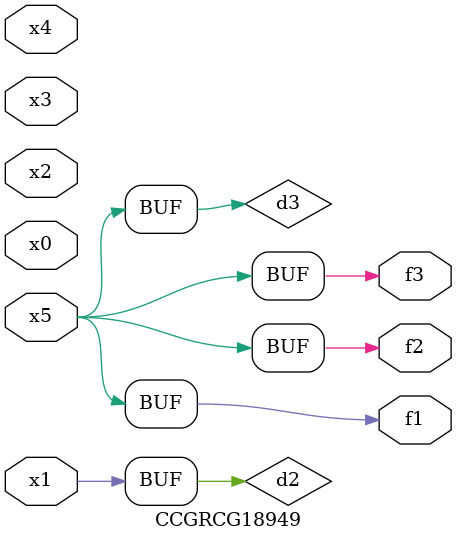
<source format=v>
module CCGRCG18949(
	input x0, x1, x2, x3, x4, x5,
	output f1, f2, f3
);

	wire d1, d2, d3;

	not (d1, x5);
	or (d2, x1);
	xnor (d3, d1);
	assign f1 = d3;
	assign f2 = d3;
	assign f3 = d3;
endmodule

</source>
